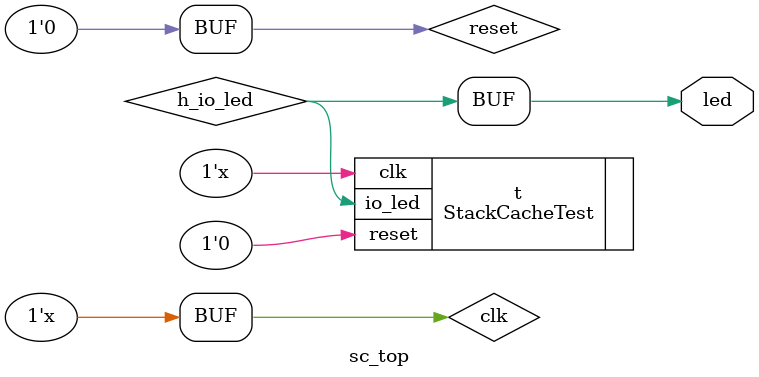
<source format=v>


module sc_top(output led);

  wire h_io_led;
  reg clk, reset;
  initial begin
	clk = 1; reset = 0;
	 #5  reset = 1;    // Assert the reset
	#25  reset = 0; 
  end

  always begin
   #10  clk = ~clk; // Toggle clock every 5 ticks
  end
	
  assign led = h_io_led;

  
  //assign res = 1'h0;
  
  
  StackCacheTest t(.clk(clk), .reset(reset), .io_led( h_io_led ));
endmodule




</source>
